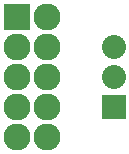
<source format=gts>
G04 (created by PCBNEW-RS274X (2012-apr-16-27)-stable) date Wed 01 Oct 2014 12:35:54 PM PDT*
G01*
G70*
G90*
%MOIN*%
G04 Gerber Fmt 3.4, Leading zero omitted, Abs format*
%FSLAX34Y34*%
G04 APERTURE LIST*
%ADD10C,0.006000*%
%ADD11R,0.080000X0.080000*%
%ADD12C,0.080000*%
%ADD13R,0.090000X0.090000*%
%ADD14C,0.090000*%
G04 APERTURE END LIST*
G54D10*
G54D11*
X29250Y-26000D03*
G54D12*
X29250Y-25000D03*
X29250Y-24000D03*
G54D13*
X26000Y-23000D03*
G54D14*
X27000Y-23000D03*
X26000Y-24000D03*
X27000Y-24000D03*
X26000Y-25000D03*
X27000Y-25000D03*
X26000Y-26000D03*
X27000Y-26000D03*
X26000Y-27000D03*
X27000Y-27000D03*
M02*

</source>
